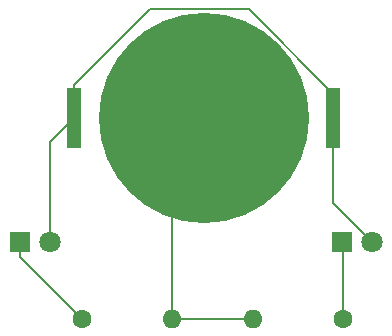
<source format=gtl>
G04 #@! TF.GenerationSoftware,KiCad,Pcbnew,9.0.1*
G04 #@! TF.CreationDate,2025-06-26T00:20:29+05:30*
G04 #@! TF.ProjectId,solder,736f6c64-6572-42e6-9b69-6361645f7063,rev?*
G04 #@! TF.SameCoordinates,Original*
G04 #@! TF.FileFunction,Copper,L1,Top*
G04 #@! TF.FilePolarity,Positive*
%FSLAX46Y46*%
G04 Gerber Fmt 4.6, Leading zero omitted, Abs format (unit mm)*
G04 Created by KiCad (PCBNEW 9.0.1) date 2025-06-26 00:20:29*
%MOMM*%
%LPD*%
G01*
G04 APERTURE LIST*
G04 #@! TA.AperFunction,ComponentPad*
%ADD10C,1.600000*%
G04 #@! TD*
G04 #@! TA.AperFunction,ComponentPad*
%ADD11O,1.600000X1.600000*%
G04 #@! TD*
G04 #@! TA.AperFunction,ComponentPad*
%ADD12R,1.800000X1.800000*%
G04 #@! TD*
G04 #@! TA.AperFunction,ComponentPad*
%ADD13C,1.800000*%
G04 #@! TD*
G04 #@! TA.AperFunction,SMDPad,CuDef*
%ADD14R,1.270000X5.080000*%
G04 #@! TD*
G04 #@! TA.AperFunction,SMDPad,CuDef*
%ADD15C,17.800000*%
G04 #@! TD*
G04 #@! TA.AperFunction,Conductor*
%ADD16C,0.200000*%
G04 #@! TD*
G04 APERTURE END LIST*
D10*
G04 #@! TO.P,R1,1*
G04 #@! TO.N,Net-(D1-K)*
X162810000Y-117500000D03*
D11*
G04 #@! TO.P,R1,2*
G04 #@! TO.N,Net-(BT1--)*
X155190000Y-117500000D03*
G04 #@! TD*
D12*
G04 #@! TO.P,D1,1,K*
G04 #@! TO.N,Net-(D1-K)*
X162725000Y-111000000D03*
D13*
G04 #@! TO.P,D1,2,A*
G04 #@! TO.N,Net-(BT1-+)*
X165265000Y-111000000D03*
G04 #@! TD*
D12*
G04 #@! TO.P,D2,1,K*
G04 #@! TO.N,Net-(D2-K)*
X135460000Y-111000000D03*
D13*
G04 #@! TO.P,D2,2,A*
G04 #@! TO.N,Net-(BT1-+)*
X138000000Y-111000000D03*
G04 #@! TD*
D10*
G04 #@! TO.P,R2,1*
G04 #@! TO.N,Net-(D2-K)*
X140690000Y-117500000D03*
D11*
G04 #@! TO.P,R2,2*
G04 #@! TO.N,Net-(BT1--)*
X148310000Y-117500000D03*
G04 #@! TD*
D14*
G04 #@! TO.P,BT1,1,+*
G04 #@! TO.N,Net-(BT1-+)*
X140015000Y-100500000D03*
X161985000Y-100500000D03*
D15*
G04 #@! TO.P,BT1,2,-*
G04 #@! TO.N,Net-(BT1--)*
X151000000Y-100500000D03*
G04 #@! TD*
D16*
G04 #@! TO.N,Net-(BT1-+)*
X161985000Y-98472821D02*
X161985000Y-100500000D01*
X154811179Y-91299000D02*
X161985000Y-98472821D01*
X161985000Y-100500000D02*
X161985000Y-107720000D01*
X146476000Y-91299000D02*
X154811179Y-91299000D01*
X138000000Y-102515000D02*
X140015000Y-100500000D01*
X140015000Y-100500000D02*
X140015000Y-97760000D01*
X138000000Y-111000000D02*
X138000000Y-102515000D01*
X161985000Y-107720000D02*
X165265000Y-111000000D01*
X140015000Y-97760000D02*
X146476000Y-91299000D01*
G04 #@! TO.N,Net-(BT1--)*
X148310000Y-103190000D02*
X151000000Y-100500000D01*
X148310000Y-117500000D02*
X148310000Y-103190000D01*
X148310000Y-117500000D02*
X155099000Y-117500000D01*
G04 #@! TO.N,Net-(D1-K)*
X162000000Y-111000000D02*
X162725000Y-111000000D01*
X162810000Y-117500000D02*
X162810000Y-111085000D01*
X162810000Y-111085000D02*
X162725000Y-111000000D01*
G04 #@! TO.N,Net-(D2-K)*
X135460000Y-111000000D02*
X135460000Y-112270000D01*
X135460000Y-112270000D02*
X140690000Y-117500000D01*
G04 #@! TD*
M02*

</source>
